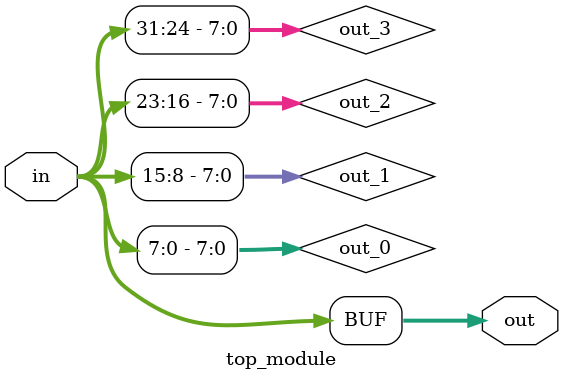
<source format=sv>
module top_module (
    input [31:0] in,
    output [31:0] out
);

    reg [7:0] out_0, out_1, out_2, out_3;

    assign out = {out_3, out_2, out_1, out_0};

    always @*
    begin
        out_0 = in[7:0];
        out_1 = in[15:8];
        out_2 = in[23:16];
        out_3 = in[31:24];
    end

endmodule

</source>
